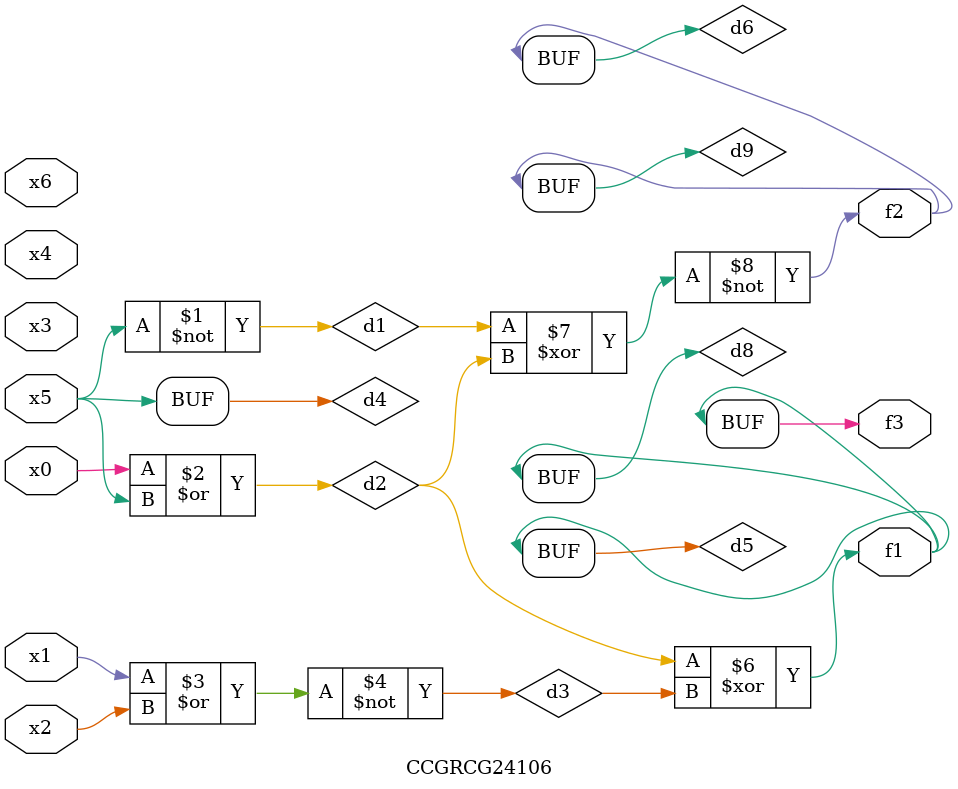
<source format=v>
module CCGRCG24106(
	input x0, x1, x2, x3, x4, x5, x6,
	output f1, f2, f3
);

	wire d1, d2, d3, d4, d5, d6, d7, d8, d9;

	nand (d1, x5);
	or (d2, x0, x5);
	nor (d3, x1, x2);
	xnor (d4, d1);
	xor (d5, d2, d3);
	xnor (d6, d1, d2);
	not (d7, x4);
	buf (d8, d5);
	xor (d9, d6);
	assign f1 = d8;
	assign f2 = d9;
	assign f3 = d8;
endmodule

</source>
